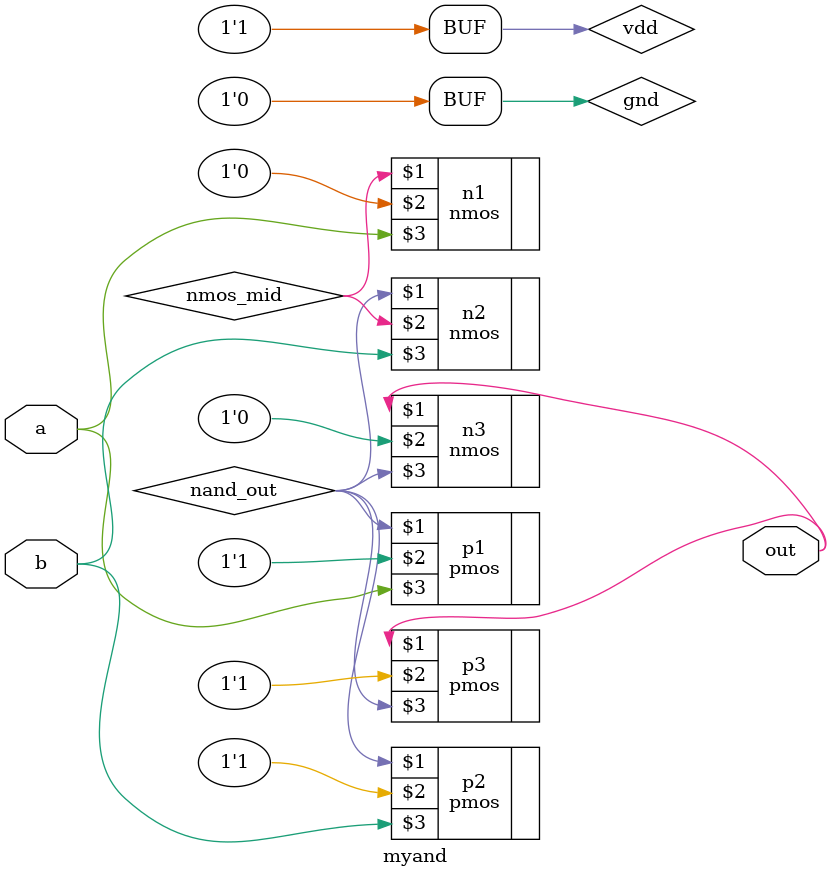
<source format=v>
module myand (
    output out,
    input a, b
);
    wire w_nand;

    // Fontes de alimentação
    supply1 vdd; // VDD = 1 lógico
    supply0 gnd; // GND = 0 lógico

    // Sinal intermediário para NAND
    wire nand_out;

    // --- Etapa 1: Implementa NAND com CMOS ---
    // Pull-up (PMOS em paralelo)
    pmos p1(nand_out, vdd, a);  // PMOS 1: dreno = nand_out, fonte = vdd, gate = a
    pmos p2(nand_out, vdd, b);  // PMOS 2: dreno = nand_out, fonte = vdd, gate = b

    // Pull-down (NMOS em série)
    wire nmos_mid;
    nmos n1(nmos_mid, gnd, a);       // NMOS 1: dreno = nmos_mid, fonte = gnd, gate = a
    nmos n2(nand_out, nmos_mid, b);  // NMOS 2: dreno = nand_out, fonte = nmos_mid, gate = b

    // --- Etapa 2: Inverter a saída do NAND para obter AND ---
    // Inversor CMOS
    wire inv_out;
    pmos p3(out, vdd, nand_out);
    nmos n3(out, gnd, nand_out);

endmodule
</source>
